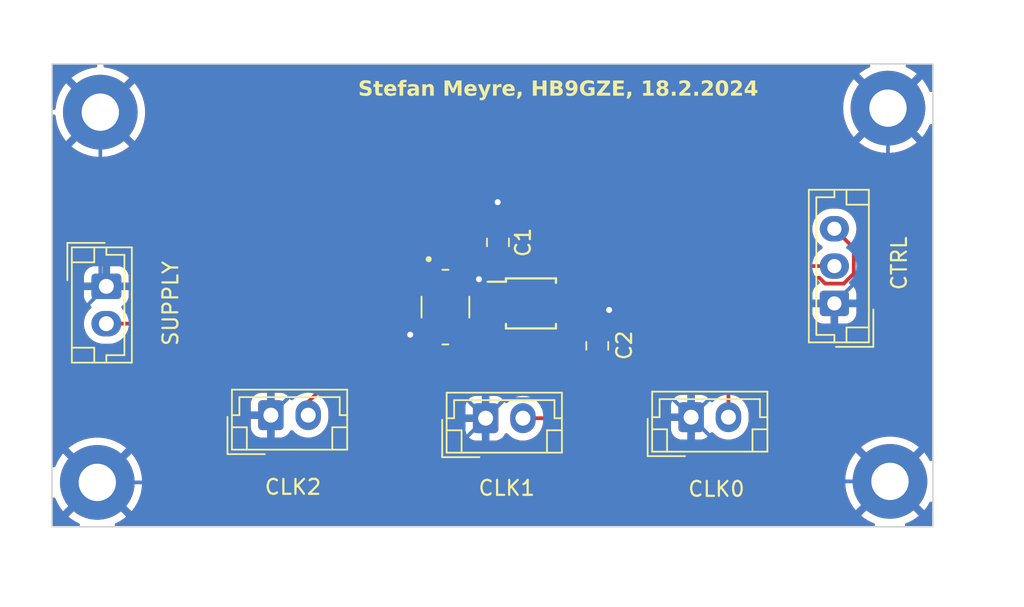
<source format=kicad_pcb>
(kicad_pcb (version 20221018) (generator pcbnew)
  (layers (0 "F.Cu" signal) (31 "B.Cu" signal) (34 "B.Paste" user) (35 "F.Paste" user) (36 "B.SilkS" user "B.Silkscreen") (37 "F.SilkS" user "F.Silkscreen") (38 "B.Mask" user) (39 "F.Mask" user) (44 "Edge.Cuts" user))
  (net 0 "")
  (net 1 "GND")
  (net 2 "+3.3V")
  (net 3 "Net-(CLK0-Pin_2)")
  (net 4 "/SCL")
  (net 5 "/SDA")
  (net 6 "Net-(CLK1-Pin_2)")
  (net 7 "Net-(CLK2-Pin_2)")
  (net 8 "Net-(U1-XA)")
  (net 9 "Net-(U1-XB)")
  (footprint "Connector_JST:JST_EH_B2B-EH-A_1x02_P2.50mm_Vertical" (layer "F.Cu") (at 142.805502 73.66)
    (fp_text reference "CLK0" (at 1.693603 4.811201) (layer "F.SilkS"))
    (fp_text value "Conn_01x02_Socket" hide)
    (fp_line (start -2.91 0.11) (end -2.91 2.61) (stroke (width 0.12)) (layer "F.SilkS"))
    (fp_line (start -2.91 2.61) (end -0.41 2.61) (stroke (width 0.12)) (layer "F.SilkS"))
    (fp_line (start -2.61 -1.71) (end -2.61 2.31) (stroke (width 0.12)) (layer "F.SilkS"))
    (fp_line (start -2.61 0) (end -2.11 0) (stroke (width 0.12)) (layer "F.SilkS"))
    (fp_line (start -2.61 0.81) (end -1.61 0.81) (stroke (width 0.12)) (layer "F.SilkS"))
    (fp_line (start -2.61 2.31) (end 5.11 2.31) (stroke (width 0.12)) (layer "F.SilkS"))
    (fp_line (start -2.11 -1.21) (end 4.61 -1.21) (stroke (width 0.12)) (layer "F.SilkS"))
    (fp_line (start -2.11 0) (end -2.11 -1.21) (stroke (width 0.12)) (layer "F.SilkS"))
    (fp_line (start -1.61 0.81) (end -1.61 2.31) (stroke (width 0.12)) (layer "F.SilkS"))
    (fp_line (start 4.11 0.81) (end 4.11 2.31) (stroke (width 0.12)) (layer "F.SilkS"))
    (fp_line (start 4.61 -1.21) (end 4.61 0) (stroke (width 0.12)) (layer "F.SilkS"))
    (fp_line (start 4.61 0) (end 5.11 0) (stroke (width 0.12)) (layer "F.SilkS"))
    (fp_line (start 5.11 -1.71) (end -2.61 -1.71) (stroke (width 0.12)) (layer "F.SilkS"))
    (fp_line (start 5.11 0.81) (end 4.11 0.81) (stroke (width 0.12)) (layer "F.SilkS"))
    (fp_line (start 5.11 2.31) (end 5.11 -1.71) (stroke (width 0.12)) (layer "F.SilkS"))
    (pad "1" thru_hole roundrect (at 0 0) (size 1.7 2) (drill 1) (layers "*.Cu" "*.Mask") (roundrect_rratio 0.1470588235) (net 1 "GND"))
    (pad "2" thru_hole oval (at 2.5 0) (size 1.7 2) (drill 1) (layers "*.Cu" "*.Mask") (net 3 "Net-(CLK0-Pin_2)"))
  )
  (footprint "Connector_JST:JST_EH_B2B-EH-A_1x02_P2.50mm_Vertical" (layer "F.Cu") (at 103.641676 64.896857 -90)
    (fp_text reference "SUPPLY" (at 1.142396 -4.300782 90) (layer "F.SilkS"))
    (fp_text value "Conn_01x02_Socket" hide)
    (fp_line (start -2.91 0.11) (end -2.91 2.61) (stroke (width 0.12)) (layer "F.SilkS"))
    (fp_line (start -2.91 2.61) (end -0.41 2.61) (stroke (width 0.12)) (layer "F.SilkS"))
    (fp_line (start -2.61 -1.71) (end -2.61 2.31) (stroke (width 0.12)) (layer "F.SilkS"))
    (fp_line (start -2.61 0) (end -2.11 0) (stroke (width 0.12)) (layer "F.SilkS"))
    (fp_line (start -2.61 0.81) (end -1.61 0.81) (stroke (width 0.12)) (layer "F.SilkS"))
    (fp_line (start -2.61 2.31) (end 5.11 2.31) (stroke (width 0.12)) (layer "F.SilkS"))
    (fp_line (start -2.11 -1.21) (end 4.61 -1.21) (stroke (width 0.12)) (layer "F.SilkS"))
    (fp_line (start -2.11 0) (end -2.11 -1.21) (stroke (width 0.12)) (layer "F.SilkS"))
    (fp_line (start -1.61 0.81) (end -1.61 2.31) (stroke (width 0.12)) (layer "F.SilkS"))
    (fp_line (start 4.11 0.81) (end 4.11 2.31) (stroke (width 0.12)) (layer "F.SilkS"))
    (fp_line (start 4.61 -1.21) (end 4.61 0) (stroke (width 0.12)) (layer "F.SilkS"))
    (fp_line (start 4.61 0) (end 5.11 0) (stroke (width 0.12)) (layer "F.SilkS"))
    (fp_line (start 5.11 -1.71) (end -2.61 -1.71) (stroke (width 0.12)) (layer "F.SilkS"))
    (fp_line (start 5.11 0.81) (end 4.11 0.81) (stroke (width 0.12)) (layer "F.SilkS"))
    (fp_line (start 5.11 2.31) (end 5.11 -1.71) (stroke (width 0.12)) (layer "F.SilkS"))
    (pad "1" thru_hole roundrect (at 0 0 270) (size 1.7 2) (drill 1) (layers "*.Cu" "*.Mask") (roundrect_rratio 0.1470588235) (net 1 "GND"))
    (pad "2" thru_hole oval (at 2.5 0 270) (size 1.7 2) (drill 1) (layers "*.Cu" "*.Mask") (net 2 "+3.3V"))
  )
  (footprint "Private:XTAL_ECS-250-8-30B-CKM" (layer "F.Cu") (at 126.352029 66.288274 -90)
    (fp_text reference "Y1" hide)
    (fp_text value "ECS-250-8-30B-CKM" hide)
    (fp_line (start -2.5 0.2) (end -2.5 -0.2) (stroke (width 0.127)) (layer "F.SilkS"))
    (fp_line (start -0.7 1.6) (end 0.7 1.6) (stroke (width 0.127)) (layer "F.SilkS"))
    (fp_line (start 0.7 -1.6) (end -0.7 -1.6) (stroke (width 0.127)) (layer "F.SilkS"))
    (fp_line (start 2.5 0.2) (end 2.5 -0.2) (stroke (width 0.127)) (layer "F.SilkS"))
    (fp_circle (center -3.21 1.12) (end -3.11 1.12) (stroke (width 0.2)) (fill none) (layer "F.SilkS"))
    (pad "1" smd rect (at -1.85 1.1 90) (size 1.6 1.25) (layers "F.Cu" "F.Paste" "F.Mask") (net 8 "Net-(U1-XA)"))
    (pad "2" smd rect (at 1.85 1.1 90) (size 1.6 1.25) (layers "F.Cu" "F.Paste" "F.Mask") (net 1 "GND"))
    (pad "3" smd rect (at 1.85 -1.1 90) (size 1.6 1.25) (layers "F.Cu" "F.Paste" "F.Mask") (net 9 "Net-(U1-XB)"))
    (pad "4" smd rect (at -1.85 -1.1 90) (size 1.6 1.25) (layers "F.Cu" "F.Paste" "F.Mask") (net 1 "GND"))
  )
  (footprint "Connector_JST:JST_EH_B2B-EH-A_1x02_P2.50mm_Vertical" (layer "F.Cu") (at 114.66243 73.5256)
    (fp_text reference "CLK2" (at 1.478394 4.811201) (layer "F.SilkS"))
    (fp_text value "Conn_01x02_Socket" hide)
    (fp_line (start -2.91 0.11) (end -2.91 2.61) (stroke (width 0.12)) (layer "F.SilkS"))
    (fp_line (start -2.91 2.61) (end -0.41 2.61) (stroke (width 0.12)) (layer "F.SilkS"))
    (fp_line (start -2.61 -1.71) (end -2.61 2.31) (stroke (width 0.12)) (layer "F.SilkS"))
    (fp_line (start -2.61 0) (end -2.11 0) (stroke (width 0.12)) (layer "F.SilkS"))
    (fp_line (start -2.61 0.81) (end -1.61 0.81) (stroke (width 0.12)) (layer "F.SilkS"))
    (fp_line (start -2.61 2.31) (end 5.11 2.31) (stroke (width 0.12)) (layer "F.SilkS"))
    (fp_line (start -2.11 -1.21) (end 4.61 -1.21) (stroke (width 0.12)) (layer "F.SilkS"))
    (fp_line (start -2.11 0) (end -2.11 -1.21) (stroke (width 0.12)) (layer "F.SilkS"))
    (fp_line (start -1.61 0.81) (end -1.61 2.31) (stroke (width 0.12)) (layer "F.SilkS"))
    (fp_line (start 4.11 0.81) (end 4.11 2.31) (stroke (width 0.12)) (layer "F.SilkS"))
    (fp_line (start 4.61 -1.21) (end 4.61 0) (stroke (width 0.12)) (layer "F.SilkS"))
    (fp_line (start 4.61 0) (end 5.11 0) (stroke (width 0.12)) (layer "F.SilkS"))
    (fp_line (start 5.11 -1.71) (end -2.61 -1.71) (stroke (width 0.12)) (layer "F.SilkS"))
    (fp_line (start 5.11 0.81) (end 4.11 0.81) (stroke (width 0.12)) (layer "F.SilkS"))
    (fp_line (start 5.11 2.31) (end 5.11 -1.71) (stroke (width 0.12)) (layer "F.SilkS"))
    (pad "1" thru_hole roundrect (at 0 0) (size 1.7 2) (drill 1) (layers "*.Cu" "*.Mask") (roundrect_rratio 0.1470588235) (net 1 "GND"))
    (pad "2" thru_hole oval (at 2.5 0) (size 1.7 2) (drill 1) (layers "*.Cu" "*.Mask") (net 7 "Net-(CLK2-Pin_2)"))
  )
  (footprint "MountingHole:MountingHole_2.5mm_Pad_TopBottom" (layer "F.Cu") (at 103.036131 78.027981)
    (fp_text reference "H3" hide)
    (fp_text value "MountingHole_Pad" hide)
    (pad "1" thru_hole circle (at 0 0) (size 2.9 2.9) (drill 2.5) (layers "*.Cu" "*.Mask") (net 1 "GND"))
    (pad "1" connect circle (at 0 0) (size 5 5) (layers "F.Cu" "F.Mask") (net 1 "GND"))
    (pad "1" connect circle (at 0 0) (size 5 5) (layers "B.Cu" "B.Mask") (net 1 "GND"))
  )
  (footprint "Package_SO:MSOP-10_3x3mm_P0.5mm" (layer "F.Cu") (at 132.08 66.04)
    (fp_text reference "U1" hide)
    (fp_text value "Si5351A-B-GT" hide)
    (fp_line (start -1.675 -1.675) (end -1.675 -1.45) (stroke (width 0.15)) (layer "F.SilkS"))
    (fp_line (start -1.675 -1.675) (end 1.675 -1.675) (stroke (width 0.15)) (layer "F.SilkS"))
    (fp_line (start -1.675 -1.45) (end -2.9 -1.45) (stroke (width 0.15)) (layer "F.SilkS"))
    (fp_line (start -1.675 1.675) (end -1.675 1.375) (stroke (width 0.15)) (layer "F.SilkS"))
    (fp_line (start -1.675 1.675) (end 1.675 1.675) (stroke (width 0.15)) (layer "F.SilkS"))
    (fp_line (start 1.675 -1.675) (end 1.675 -1.375) (stroke (width 0.15)) (layer "F.SilkS"))
    (fp_line (start 1.675 1.675) (end 1.675 1.375) (stroke (width 0.15)) (layer "F.SilkS"))
    (pad "1" smd rect (at -2.2 -1) (size 1.4 0.3) (layers "F.Cu" "F.Paste" "F.Mask") (net 2 "+3.3V"))
    (pad "2" smd rect (at -2.2 -0.5) (size 1.4 0.3) (layers "F.Cu" "F.Paste" "F.Mask") (net 8 "Net-(U1-XA)"))
    (pad "3" smd rect (at -2.2 0) (size 1.4 0.3) (layers "F.Cu" "F.Paste" "F.Mask") (net 9 "Net-(U1-XB)"))
    (pad "4" smd rect (at -2.2 0.5) (size 1.4 0.3) (layers "F.Cu" "F.Paste" "F.Mask") (net 4 "/SCL"))
    (pad "5" smd rect (at -2.2 1) (size 1.4 0.3) (layers "F.Cu" "F.Paste" "F.Mask") (net 5 "/SDA"))
    (pad "6" smd rect (at 2.2 1) (size 1.4 0.3) (layers "F.Cu" "F.Paste" "F.Mask") (net 7 "Net-(CLK2-Pin_2)"))
    (pad "7" smd rect (at 2.2 0.5) (size 1.4 0.3) (layers "F.Cu" "F.Paste" "F.Mask") (net 2 "+3.3V"))
    (pad "8" smd rect (at 2.2 0) (size 1.4 0.3) (layers "F.Cu" "F.Paste" "F.Mask") (net 1 "GND"))
    (pad "9" smd rect (at 2.2 -0.5) (size 1.4 0.3) (layers "F.Cu" "F.Paste" "F.Mask") (net 6 "Net-(CLK1-Pin_2)"))
    (pad "10" smd rect (at 2.2 -1) (size 1.4 0.3) (layers "F.Cu" "F.Paste" "F.Mask") (net 3 "Net-(CLK0-Pin_2)"))
  )
  (footprint "MountingHole:MountingHole_2.5mm_Pad_TopBottom" (layer "F.Cu") (at 156.12391 77.960782)
    (fp_text reference "H4" hide)
    (fp_text value "MountingHole_Pad" hide)
    (pad "1" thru_hole circle (at 0 0) (size 2.9 2.9) (drill 2.5) (layers "*.Cu" "*.Mask") (net 1 "GND"))
    (pad "1" connect circle (at 0 0) (size 5 5) (layers "F.Cu" "F.Mask") (net 1 "GND"))
    (pad "1" connect circle (at 0 0) (size 5 5) (layers "B.Cu" "B.Mask") (net 1 "GND"))
  )
  (footprint "Connector_JST:JST_EH_B2B-EH-A_1x02_P2.50mm_Vertical" (layer "F.Cu") (at 129.04317 73.727199)
    (fp_text reference "CLK1" (at 1.411194 4.676802) (layer "F.SilkS"))
    (fp_text value "Conn_01x02_Socket" hide)
    (fp_line (start -2.91 0.11) (end -2.91 2.61) (stroke (width 0.12)) (layer "F.SilkS"))
    (fp_line (start -2.91 2.61) (end -0.41 2.61) (stroke (width 0.12)) (layer "F.SilkS"))
    (fp_line (start -2.61 -1.71) (end -2.61 2.31) (stroke (width 0.12)) (layer "F.SilkS"))
    (fp_line (start -2.61 0) (end -2.11 0) (stroke (width 0.12)) (layer "F.SilkS"))
    (fp_line (start -2.61 0.81) (end -1.61 0.81) (stroke (width 0.12)) (layer "F.SilkS"))
    (fp_line (start -2.61 2.31) (end 5.11 2.31) (stroke (width 0.12)) (layer "F.SilkS"))
    (fp_line (start -2.11 -1.21) (end 4.61 -1.21) (stroke (width 0.12)) (layer "F.SilkS"))
    (fp_line (start -2.11 0) (end -2.11 -1.21) (stroke (width 0.12)) (layer "F.SilkS"))
    (fp_line (start -1.61 0.81) (end -1.61 2.31) (stroke (width 0.12)) (layer "F.SilkS"))
    (fp_line (start 4.11 0.81) (end 4.11 2.31) (stroke (width 0.12)) (layer "F.SilkS"))
    (fp_line (start 4.61 -1.21) (end 4.61 0) (stroke (width 0.12)) (layer "F.SilkS"))
    (fp_line (start 4.61 0) (end 5.11 0) (stroke (width 0.12)) (layer "F.SilkS"))
    (fp_line (start 5.11 -1.71) (end -2.61 -1.71) (stroke (width 0.12)) (layer "F.SilkS"))
    (fp_line (start 5.11 0.81) (end 4.11 0.81) (stroke (width 0.12)) (layer "F.SilkS"))
    (fp_line (start 5.11 2.31) (end 5.11 -1.71) (stroke (width 0.12)) (layer "F.SilkS"))
    (pad "1" thru_hole roundrect (at 0 0) (size 1.7 2) (drill 1) (layers "*.Cu" "*.Mask") (roundrect_rratio 0.1470588235) (net 1 "GND"))
    (pad "2" thru_hole oval (at 2.5 0) (size 1.7 2) (drill 1) (layers "*.Cu" "*.Mask") (net 6 "Net-(CLK1-Pin_2)"))
  )
  (footprint "Connector_JST:JST_EH_B3B-EH-A_1x03_P2.50mm_Vertical" (layer "F.Cu") (at 152.4 66.04 90)
    (fp_text reference "CTRL" (at 2.683035 4.338006 90) (layer "F.SilkS"))
    (fp_text value "Conn_01x03_Socket" hide)
    (fp_line (start -2.91 0.11) (end -2.91 2.61) (stroke (width 0.12)) (layer "F.SilkS"))
    (fp_line (start -2.91 2.61) (end -0.41 2.61) (stroke (width 0.12)) (layer "F.SilkS"))
    (fp_line (start -2.61 -1.71) (end -2.61 2.31) (stroke (width 0.12)) (layer "F.SilkS"))
    (fp_line (start -2.61 0) (end -2.11 0) (stroke (width 0.12)) (layer "F.SilkS"))
    (fp_line (start -2.61 0.81) (end -1.61 0.81) (stroke (width 0.12)) (layer "F.SilkS"))
    (fp_line (start -2.61 2.31) (end 7.61 2.31) (stroke (width 0.12)) (layer "F.SilkS"))
    (fp_line (start -2.11 -1.21) (end 7.11 -1.21) (stroke (width 0.12)) (layer "F.SilkS"))
    (fp_line (start -2.11 0) (end -2.11 -1.21) (stroke (width 0.12)) (layer "F.SilkS"))
    (fp_line (start -1.61 0.81) (end -1.61 2.31) (stroke (width 0.12)) (layer "F.SilkS"))
    (fp_line (start 6.61 0.81) (end 6.61 2.31) (stroke (width 0.12)) (layer "F.SilkS"))
    (fp_line (start 7.11 -1.21) (end 7.11 0) (stroke (width 0.12)) (layer "F.SilkS"))
    (fp_line (start 7.11 0) (end 7.61 0) (stroke (width 0.12)) (layer "F.SilkS"))
    (fp_line (start 7.61 -1.71) (end -2.61 -1.71) (stroke (width 0.12)) (layer "F.SilkS"))
    (fp_line (start 7.61 0.81) (end 6.61 0.81) (stroke (width 0.12)) (layer "F.SilkS"))
    (fp_line (start 7.61 2.31) (end 7.61 -1.71) (stroke (width 0.12)) (layer "F.SilkS"))
    (pad "1" thru_hole roundrect (at 0 0 90) (size 1.7 1.95) (drill 0.95) (layers "*.Cu" "*.Mask") (roundrect_rratio 0.1470588235) (net 1 "GND"))
    (pad "2" thru_hole oval (at 2.5 0 90) (size 1.7 1.95) (drill 0.95) (layers "*.Cu" "*.Mask") (net 4 "/SCL"))
    (pad "3" thru_hole oval (at 5 0 90) (size 1.7 1.95) (drill 0.95) (layers "*.Cu" "*.Mask") (net 5 "/SDA"))
  )
  (footprint "Capacitor_SMD:C_0805_2012Metric_Pad1.18x1.45mm_HandSolder" (layer "F.Cu") (at 129.869875 61.953424 -90)
    (fp_text reference "C1" (at 0 -1.68 90) (layer "F.SilkS"))
    (fp_text value "100nF" hide)
    (fp_line (start -0.261252 -0.735) (end 0.261252 -0.735) (stroke (width 0.12)) (layer "F.SilkS"))
    (fp_line (start -0.261252 0.735) (end 0.261252 0.735) (stroke (width 0.12)) (layer "F.SilkS"))
    (pad "1" smd roundrect (at -1.0375 0 270) (size 1.175 1.45) (layers "F.Cu" "F.Paste" "F.Mask") (roundrect_rratio 0.2127659574) (net 1 "GND"))
    (pad "2" smd roundrect (at 1.0375 0 270) (size 1.175 1.45) (layers "F.Cu" "F.Paste" "F.Mask") (roundrect_rratio 0.2127659574) (net 2 "+3.3V"))
  )
  (footprint "Capacitor_SMD:C_0805_2012Metric_Pad1.18x1.45mm_HandSolder" (layer "F.Cu") (at 136.519857 68.88033 90)
    (fp_text reference "C2" (at 0.028273 1.807181 90) (layer "F.SilkS"))
    (fp_text value "100nF" hide)
    (fp_line (start -0.261252 -0.735) (end 0.261252 -0.735) (stroke (width 0.12)) (layer "F.SilkS"))
    (fp_line (start -0.261252 0.735) (end 0.261252 0.735) (stroke (width 0.12)) (layer "F.SilkS"))
    (pad "1" smd roundrect (at -1.0375 0 90) (size 1.175 1.45) (layers "F.Cu" "F.Paste" "F.Mask") (roundrect_rratio 0.2127659574) (net 1 "GND"))
    (pad "2" smd roundrect (at 1.0375 0 90) (size 1.175 1.45) (layers "F.Cu" "F.Paste" "F.Mask") (roundrect_rratio 0.2127659574) (net 2 "+3.3V"))
  )
  (footprint "MountingHole:MountingHole_2.5mm_Pad_TopBottom" (layer "F.Cu") (at 155.98951 52.962486)
    (fp_text reference "H2" hide)
    (fp_text value "MountingHole_Pad" hide)
    (pad "1" thru_hole circle (at 0 0) (size 2.9 2.9) (drill 2.5) (layers "*.Cu" "*.Mask") (net 1 "GND"))
    (pad "1" connect circle (at 0 0) (size 5 5) (layers "F.Cu" "F.Mask") (net 1 "GND"))
    (pad "1" connect circle (at 0 0) (size 5 5) (layers "B.Cu" "B.Mask") (net 1 "GND"))
  )
  (footprint "MountingHole:MountingHole_2.5mm_Pad_TopBottom" (layer "F.Cu") (at 103.237731 53.231285)
    (fp_text reference "H1" hide)
    (fp_text value "MountingHole_Pad" hide)
    (pad "1" thru_hole circle (at 0 0) (size 2.9 2.9) (drill 2.5) (layers "*.Cu" "*.Mask") (net 1 "GND"))
    (pad "1" connect circle (at 0 0) (size 5 5) (layers "F.Cu" "F.Mask") (net 1 "GND"))
    (pad "1" connect circle (at 0 0) (size 5 5) (layers "B.Cu" "B.Mask") (net 1 "GND"))
  )
  (gr_rect (start 100 50) (end 159 81) (stroke (width 0.1)) (fill none) (layer "Edge.Cuts"))
  (gr_text "Stefan Meyre, HB9GZE, 18.2.2024" (at 120.504027 52.300046) (layer "F.SilkS") (effects (font (size 1 1) (thickness 0.25) bold) (justify left bottom)))
  (segment (start 137.314459 66.479344) (end 137.352216 66.479344) (width 0.25) (layer "F.Cu") (net 1))
  (segment (start 129.849964 59.300747) (end 129.849964 59.260925) (width 0.25) (layer "F.Cu") (net 1))
  (segment (start 129.869875 60.915924) (end 129.869875 59.320658) (width 0.25) (layer "F.Cu") (net 1))
  (segment (start 137.352216 66.479344) (end 137.739224 66.866352) (width 0.25) (layer "F.Cu") (net 1))
  (segment (start 129.810142 59.260925) (end 129.863238 59.314021) (width 0.25) (layer "F.Cu") (net 1))
  (segment (start 135.553616 71.360278) (end 136.519857 70.394037) (width 0.25) (layer "F.Cu") (net 1))
  (segment (start 124.12518 68.138274) (end 124.1242 68.137294) (width 0.25) (layer "F.Cu") (net 1))
  (segment (start 125.252029 68.138274) (end 124.12518 68.138274) (width 0.25) (layer "F.Cu") (net 1))
  (segment (start 128.597544 64.486939) (end 128.557722 64.447117) (width 0.25) (layer "F.Cu") (net 1))
  (segment (start 129.849964 59.260925) (end 129.810142 59.260925) (width 0.25) (layer "F.Cu") (net 1))
  (segment (start 129.04317 73.727199) (end 131.410091 71.360278) (width 0.25) (layer "F.Cu") (net 1))
  (segment (start 128.531174 64.420569) (end 128.597544 64.420569) (width 0.25) (layer "F.Cu") (net 1))
  (segment (start 136.912872 66.04) (end 137.314459 66.441587) (width 0.25) (layer "F.Cu") (net 1))
  (segment (start 136.519857 70.394037) (end 136.519857 69.91783) (width 0.25) (layer "F.Cu") (net 1))
  (segment (start 131.410091 71.360278) (end 135.553616 71.360278) (width 0.25) (layer "F.Cu") (net 1))
  (segment (start 134.28 66.04) (end 136.912872 66.04) (width 0.25) (layer "F.Cu") (net 1))
  (segment (start 123.99146 68.004554) (end 124.110926 68.12402) (width 0.25) (layer "F.Cu") (net 1))
  (segment (start 137.739224 68.698463) (end 136.519857 69.91783) (width 0.25) (layer "F.Cu") (net 1))
  (segment (start 127.452029 64.438274) (end 128.548879 64.438274) (width 0.25) (layer "F.Cu") (net 1))
  (segment (start 124.1242 68.137294) (end 123.99146 68.137294) (width 0.25) (layer "F.Cu") (net 1))
  (segment (start 128.548879 64.438274) (end 128.531174 64.420569) (width 0.25) (layer "F.Cu") (net 1))
  (segment (start 123.99146 68.137294) (end 123.99146 68.004554) (width 0.25) (layer "F.Cu") (net 1))
  (segment (start 137.739224 66.866352) (end 137.739224 68.698463) (width 0.25) (layer "F.Cu") (net 1))
  (segment (start 129.869875 59.320658) (end 129.849964 59.300747) (width 0.25) (layer "F.Cu") (net 1))
  (segment (start 128.597544 64.420569) (end 128.597544 64.486939) (width 0.25) (layer "F.Cu") (net 1))
  (segment (start 137.314459 66.441587) (end 137.314459 66.479344) (width 0.25) (layer "F.Cu") (net 1))
  (via (at 123.99146 68.137294) (size 0.8) (drill 0.4) (layers "F.Cu" "B.Cu") (net 1))
  (via (at 128.597544 64.420569) (size 0.8) (drill 0.4) (layers "F.Cu" "B.Cu") (net 1))
  (via (at 137.314459 66.479344) (size 0.8) (drill 0.4) (layers "F.Cu" "B.Cu") (net 1))
  (via (at 129.849964 59.260925) (size 0.8) (drill 0.4) (layers "F.Cu" "B.Cu") (net 1))
  (segment (start 150.425502 66.04) (end 152.4 66.04) (width 0.25) (layer "B.Cu") (net 1))
  (segment (start 107.538512 73.5256) (end 103.036131 78.027981) (width 0.25) (layer "B.Cu") (net 1))
  (segment (start 142.805502 73.66) (end 147.106284 77.960782) (width 0.25) (layer "B.Cu") (net 1))
  (segment (start 100.536132 68.002401) (end 103.641676 64.896857) (width 0.25) (layer "B.Cu") (net 1))
  (segment (start 103.237731 53.231285) (end 103.237731 64.492912) (width 0.25) (layer "B.Cu") (net 1))
  (segment (start 137.314459 66.479344) (end 130.656319 66.479344) (width 0.25) (layer "B.Cu") (net 1))
  (segment (start 124.742388 78.027981) (end 103.036131 78.027981) (width 0.25) (layer "B.Cu") (net 1))
  (segment (start 123.99146 68.137294) (end 123.99146 68.675489) (width 0.25) (layer "B.Cu") (net 1))
  (segment (start 155.98951 52.962486) (end 155.98951 62.45049) (width 0.25) (layer "B.Cu") (net 1))
  (segment (start 129.04317 73.727199) (end 130.31817 72.452199) (width 0.25) (layer "B.Cu") (net 1))
  (segment (start 120.050736 68.137294) (end 123.99146 68.137294) (width 0.25) (layer "B.Cu") (net 1))
  (segment (start 114.66243 73.5256) (end 107.538512 73.5256) (width 0.25) (layer "B.Cu") (net 1))
  (segment (start 128.562385 64.38541) (end 128.562385 59.796548) (width 0.25) (layer "B.Cu") (net 1))
  (segment (start 128.597544 64.420569) (end 128.562385 64.38541) (width 0.25) (layer "B.Cu") (net 1))
  (segment (start 129.098008 59.260925) (end 129.849964 59.260925) (width 0.25) (layer "B.Cu") (net 1))
  (segment (start 103.237731 64.492912) (end 103.641676 64.896857) (width 0.25) (layer "B.Cu") (net 1))
  (segment (start 114.66243 73.5256) (end 120.050736 68.137294) (width 0.25) (layer "B.Cu") (net 1))
  (segment (start 103.036131 78.027981) (end 100.536132 75.527982) (width 0.25) (layer "B.Cu") (net 1))
  (segment (start 128.562385 59.796548) (end 129.098008 59.260925) (width 0.25) (layer "B.Cu") (net 1))
  (segment (start 130.31817 72.452199) (end 141.597701 72.452199) (width 0.25) (layer "B.Cu") (net 1))
  (segment (start 141.597701 72.452199) (end 142.805502 73.66) (width 0.25) (layer "B.Cu") (net 1))
  (segment (start 129.04317 73.727199) (end 124.742388 78.027981) (width 0.25) (layer "B.Cu") (net 1))
  (segment (start 123.99146 68.675489) (end 129.04317 73.727199) (width 0.25) (layer "B.Cu") (net 1))
  (segment (start 100.536132 75.527982) (end 100.536132 68.002401) (width 0.25) (layer "B.Cu") (net 1))
  (segment (start 155.98951 62.45049) (end 152.4 66.04) (width 0.25) (layer "B.Cu") (net 1))
  (segment (start 128.597544 64.420569) (end 127.708185 64.420569) (width 0.25) (layer "B.Cu") (net 1))
  (segment (start 142.805502 73.66) (end 150.425502 66.04) (width 0.25) (layer "B.Cu") (net 1))
  (segment (start 147.106284 77.960782) (end 156.12391 77.960782) (width 0.25) (layer "B.Cu") (net 1))
  (segment (start 130.656319 66.479344) (end 128.597544 64.420569) (width 0.25) (layer "B.Cu") (net 1))
  (segment (start 127.708185 64.420569) (end 123.99146 68.137294) (width 0.25) (layer "B.Cu") (net 1))
  (segment (start 129.873824 62.986975) (end 129.869875 62.990924) (width 0.25) (layer "F.Cu") (net 2))
  (segment (start 114.935987 67.396857) (end 119.34192 62.990924) (width 0.25) (layer "F.Cu") (net 2))
  (segment (start 130.556726 69.263274) (end 116.802404 69.263274) (width 0.25) (layer "F.Cu") (net 2))
  (segment (start 135.217027 66.54) (end 136.519857 67.84283) (width 0.25) (layer "F.Cu") (net 2))
  (segment (start 129.869875 65.029875) (end 129.88 65.04) (width 0.25) (layer "F.Cu") (net 2))
  (segment (start 134.28 66.54) (end 133.28 66.54) (width 0.25) (layer "F.Cu") (net 2))
  (segment (start 116.802404 69.263274) (end 114.935987 67.396857) (width 0.25) (layer "F.Cu") (net 2))
  (segment (start 119.34192 62.990924) (end 129.869875 62.990924) (width 0.25) (layer "F.Cu") (net 2))
  (segment (start 133.28 66.54) (end 130.556726 69.263274) (width 0.25) (layer "F.Cu") (net 2))
  (segment (start 129.869875 62.990924) (end 129.869875 65.029875) (width 0.25) (layer "F.Cu") (net 2))
  (segment (start 134.28 66.54) (end 135.217027 66.54) (width 0.25) (layer "F.Cu") (net 2))
  (segment (start 103.641676 67.396857) (end 114.935987 67.396857) (width 0.25) (layer "F.Cu") (net 2))
  (segment (start 141.048574 65.015925) (end 141.024499 65.04) (width 0.25) (layer "F.Cu") (net 3))
  (segment (start 145.305502 73.66) (end 145.305502 69.272853) (width 0.25) (layer "F.Cu") (net 3))
  (segment (start 145.305502 69.272853) (end 141.048574 65.015925) (width 0.25) (layer "F.Cu") (net 3))
  (segment (start 141.024499 65.04) (end 134.28 65.04) (width 0.25) (layer "F.Cu") (net 3))
  (segment (start 129.88 66.54) (end 131.28 66.54) (width 0.25) (layer "F.Cu") (net 4))
  (segment (start 132.08 64.816814) (end 133.356814 63.54) (width 0.25) (layer "F.Cu") (net 4))
  (segment (start 131.28 66.54) (end 132.08 65.74) (width 0.25) (layer "F.Cu") (net 4))
  (segment (start 132.08 65.74) (end 132.08 64.816814) (width 0.25) (layer "F.Cu") (net 4))
  (segment (start 133.356814 63.54) (end 152.4 63.54) (width 0.25) (layer "F.Cu") (net 4))
  (segment (start 133.211231 64.321979) (end 151.395278 64.321979) (width 0.25) (layer "F.Cu") (net 5))
  (segment (start 153.027317 64.715) (end 153.7 64.042317) (width 0.25) (layer "F.Cu") (net 5))
  (segment (start 153.7 64.042317) (end 153.7 62.34) (width 0.25) (layer "F.Cu") (net 5))
  (segment (start 132.660359 65.796037) (end 132.660359 64.872851) (width 0.25) (layer "F.Cu") (net 5))
  (segment (start 151.788299 64.715) (end 153.027317 64.715) (width 0.25) (layer "F.Cu") (net 5))
  (segment (start 129.88 67.04) (end 131.416396 67.04) (width 0.25) (layer "F.Cu") (net 5))
  (segment (start 132.660359 64.872851) (end 133.211231 64.321979) (width 0.25) (layer "F.Cu") (net 5))
  (segment (start 131.416396 67.04) (end 132.660359 65.796037) (width 0.25) (layer "F.Cu") (net 5))
  (segment (start 153.7 62.34) (end 152.4 61.04) (width 0.25) (layer "F.Cu") (net 5))
  (segment (start 151.395278 64.321979) (end 151.788299 64.715) (width 0.25) (layer "F.Cu") (net 5))
  (segment (start 134.28 65.54) (end 138.940882 65.54) (width 0.25) (layer "F.Cu") (net 6))
  (segment (start 137.637864 71.147178) (end 137.637864 71.144996) (width 0.25) (layer "F.Cu") (net 6))
  (segment (start 139.315582 69.467278) (end 139.315582 65.9147) (width 0.25) (layer "F.Cu") (net 6))
  (segment (start 137.637864 71.144996) (end 139.28469 69.49817) (width 0.25) (layer "F.Cu") (net 6))
  (segment (start 139.28469 69.49817) (end 139.315582 69.467278) (width 0.25) (layer "F.Cu") (net 6))
  (segment (start 139.315582 65.9147) (end 139.022108 65.621226) (width 0.25) (layer "F.Cu") (net 6))
  (segment (start 135.057843 73.727199) (end 131.54317 73.727199) (width 0.25) (layer "F.Cu") (net 6))
  (segment (start 137.637864 71.147178) (end 135.057843 73.727199) (width 0.25) (layer "F.Cu") (net 6))
  (segment (start 138.940882 65.54) (end 139.022108 65.621226) (width 0.25) (layer "F.Cu") (net 6))
  (segment (start 134.28 67.04) (end 134.28 67.804893) (width 0.25) (layer "F.Cu") (net 7))
  (segment (start 117.16243 72.634759) (end 117.16243 73.5256) (width 0.25) (layer "F.Cu") (net 7))
  (segment (start 119.425197 70.371992) (end 117.16243 72.634759) (width 0.25) (layer "F.Cu") (net 7))
  (segment (start 134.28 67.04) (end 134.45 67.04) (width 0.25) (layer "F.Cu") (net 7))
  (segment (start 131.712901 70.371992) (end 119.425197 70.371992) (width 0.25) (layer "F.Cu") (net 7))
  (segment (start 134.28 67.804893) (end 131.712901 70.371992) (width 0.25) (layer "F.Cu") (net 7))
  (segment (start 126.377029 65.563274) (end 125.252029 64.438274) (width 0.25) (layer "F.Cu") (net 8))
  (segment (start 129.88 65.54) (end 129.856726 65.563274) (width 0.25) (layer "F.Cu") (net 8))
  (segment (start 129.856726 65.563274) (end 126.377029 65.563274) (width 0.25) (layer "F.Cu") (net 8))
  (segment (start 129.88 66.04) (end 128.421032 66.04) (width 0.25) (layer "F.Cu") (net 9))
  (segment (start 127.452029 67.009003) (end 127.452029 68.138274) (width 0.25) (layer "F.Cu") (net 9))
  (segment (start 128.421032 66.04) (end 127.452029 67.009003) (width 0.25) (layer "F.Cu") (net 9))
  (zone (net 1) (net_name "GND") (layers "F&B.Cu") (connect_pads (clearance 0.5)) (min_thickness 0.25) (fill yes (thermal_gap 0.5) (thermal_bridge_width 0.5))
    (polygon (pts (xy 96.52 45.72) (xy 165.1 45.72) (xy 165.1 86.36) (xy 96.52 86.36)))
  )
)
</source>
